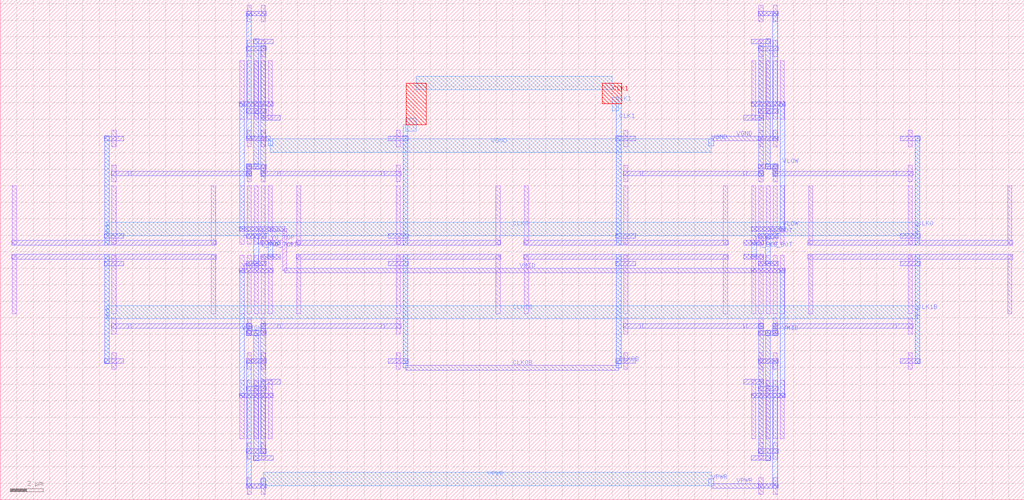
<source format=lef>
MACRO DCDC_CONV2TO1
  ORIGIN 0 0 ;
  FOREIGN DCDC_CONV2TO1 0 0 ;
  SIZE 61.92 BY 30.24 ;
  PIN CLK0
    DIRECTION INOUT ;
    USE SIGNAL ;
    PORT
      LAYER M3 ;
        RECT 6.31 15.38 6.59 22 ;
      LAYER M3 ;
        RECT 55.33 15.38 55.61 22 ;
      LAYER M3 ;
        RECT 6.31 16.195 6.59 16.565 ;
      LAYER M4 ;
        RECT 6.45 15.98 55.47 16.78 ;
      LAYER M3 ;
        RECT 55.33 16.195 55.61 16.565 ;
    END
  END CLK0
  PIN CLK0B
    DIRECTION INOUT ;
    USE SIGNAL ;
    PORT
      LAYER M3 ;
        RECT 24.37 8.24 24.65 14.86 ;
      LAYER M3 ;
        RECT 37.27 8.24 37.55 14.86 ;
      LAYER M3 ;
        RECT 24.37 7.98 24.65 8.4 ;
      LAYER M2 ;
        RECT 24.51 7.84 37.41 8.12 ;
      LAYER M3 ;
        RECT 37.27 7.98 37.55 8.4 ;
    END
  END CLK0B
  PIN CLK1
    DIRECTION INOUT ;
    USE SIGNAL ;
    PORT
      LAYER M3 ;
        RECT 24.37 15.38 24.65 22 ;
      LAYER M3 ;
        RECT 37.27 15.38 37.55 22 ;
      LAYER M3 ;
        RECT 24.37 21.84 24.65 22.68 ;
      LAYER M4 ;
        RECT 24.51 22.28 25.16 23.08 ;
      LAYER M5 ;
        RECT 24.57 22.68 25.75 25.2 ;
      LAYER M4 ;
        RECT 25.16 24.8 37 25.6 ;
      LAYER M5 ;
        RECT 36.41 23.94 37.59 25.2 ;
      LAYER M4 ;
        RECT 37 23.54 37.41 24.34 ;
      LAYER M3 ;
        RECT 37.27 21.84 37.55 23.94 ;
    END
  END CLK1
  PIN CLK1B
    DIRECTION INOUT ;
    USE SIGNAL ;
    PORT
      LAYER M3 ;
        RECT 6.31 8.24 6.59 14.86 ;
      LAYER M3 ;
        RECT 55.33 8.24 55.61 14.86 ;
      LAYER M3 ;
        RECT 6.31 11.155 6.59 11.525 ;
      LAYER M4 ;
        RECT 6.45 10.94 55.47 11.74 ;
      LAYER M3 ;
        RECT 55.33 11.155 55.61 11.525 ;
    END
  END CLK1B
  PIN VGND
    DIRECTION INOUT ;
    USE SIGNAL ;
    PORT
      LAYER M2 ;
        RECT 14.88 29.26 16.08 29.54 ;
      LAYER M2 ;
        RECT 14.88 21.7 16.08 21.98 ;
      LAYER M2 ;
        RECT 14.89 29.26 15.21 29.54 ;
      LAYER M3 ;
        RECT 14.91 21.84 15.19 29.4 ;
      LAYER M2 ;
        RECT 14.89 21.7 15.21 21.98 ;
      LAYER M2 ;
        RECT 45.84 29.26 47.04 29.54 ;
      LAYER M2 ;
        RECT 45.84 21.7 47.04 21.98 ;
      LAYER M2 ;
        RECT 46.71 29.26 47.03 29.54 ;
      LAYER M3 ;
        RECT 46.73 21.84 47.01 29.4 ;
      LAYER M2 ;
        RECT 46.71 21.7 47.03 21.98 ;
      LAYER M2 ;
        RECT 15.91 21.7 16.34 21.98 ;
      LAYER M3 ;
        RECT 16.2 21.42 16.48 21.84 ;
      LAYER M4 ;
        RECT 16.34 21.02 43 21.82 ;
      LAYER M3 ;
        RECT 42.86 21.42 43.14 21.84 ;
      LAYER M2 ;
        RECT 43 21.7 46.01 21.98 ;
    END
  END VGND
  PIN VHIGH
    DIRECTION INOUT ;
    USE SIGNAL ;
    PORT
      LAYER M2 ;
        RECT 14.45 6.16 16.51 6.44 ;
      LAYER M2 ;
        RECT 14.45 13.72 16.51 14 ;
      LAYER M2 ;
        RECT 14.46 6.16 14.78 6.44 ;
      LAYER M3 ;
        RECT 14.48 6.3 14.76 13.86 ;
      LAYER M2 ;
        RECT 14.46 13.72 14.78 14 ;
    END
  END VHIGH
  PIN VLOW
    DIRECTION INOUT ;
    USE SIGNAL ;
    PORT
      LAYER M2 ;
        RECT 45.41 23.8 47.47 24.08 ;
      LAYER M2 ;
        RECT 45.41 16.24 47.47 16.52 ;
      LAYER M2 ;
        RECT 47.14 23.8 47.46 24.08 ;
      LAYER M3 ;
        RECT 47.16 16.38 47.44 23.94 ;
      LAYER M2 ;
        RECT 47.14 16.24 47.46 16.52 ;
    END
  END VLOW
  PIN VMID
    DIRECTION INOUT ;
    USE SIGNAL ;
    PORT
      LAYER M2 ;
        RECT 14.45 23.8 16.51 24.08 ;
      LAYER M2 ;
        RECT 14.45 16.24 16.51 16.52 ;
      LAYER M2 ;
        RECT 14.46 23.8 14.78 24.08 ;
      LAYER M3 ;
        RECT 14.48 16.38 14.76 23.94 ;
      LAYER M2 ;
        RECT 14.46 16.24 14.78 16.52 ;
      LAYER M2 ;
        RECT 45.41 6.16 47.47 6.44 ;
      LAYER M2 ;
        RECT 45.41 13.72 47.47 14 ;
      LAYER M2 ;
        RECT 47.14 6.16 47.46 6.44 ;
      LAYER M3 ;
        RECT 47.16 6.3 47.44 13.86 ;
      LAYER M2 ;
        RECT 47.14 13.72 47.46 14 ;
      LAYER M2 ;
        RECT 16.34 16.24 17.2 16.52 ;
      LAYER M1 ;
        RECT 17.075 13.86 17.325 16.38 ;
      LAYER M2 ;
        RECT 17.2 13.72 45.58 14 ;
    END
  END VMID
  PIN VPWR
    DIRECTION INOUT ;
    USE SIGNAL ;
    PORT
      LAYER M2 ;
        RECT 14.88 0.7 16.08 0.98 ;
      LAYER M2 ;
        RECT 14.88 8.26 16.08 8.54 ;
      LAYER M2 ;
        RECT 14.89 0.7 15.21 0.98 ;
      LAYER M3 ;
        RECT 14.91 0.84 15.19 8.4 ;
      LAYER M2 ;
        RECT 14.89 8.26 15.21 8.54 ;
      LAYER M2 ;
        RECT 45.84 0.7 47.04 0.98 ;
      LAYER M2 ;
        RECT 45.84 8.26 47.04 8.54 ;
      LAYER M2 ;
        RECT 46.71 0.7 47.03 0.98 ;
      LAYER M3 ;
        RECT 46.73 0.84 47.01 8.4 ;
      LAYER M2 ;
        RECT 46.71 8.26 47.03 8.54 ;
      LAYER M2 ;
        RECT 15.75 0.7 16.07 0.98 ;
      LAYER M3 ;
        RECT 15.77 0.84 16.05 1.26 ;
      LAYER M4 ;
        RECT 15.91 0.86 43 1.66 ;
      LAYER M3 ;
        RECT 42.86 0.84 43.14 1.26 ;
      LAYER M2 ;
        RECT 43 0.7 46.01 0.98 ;
    END
  END VPWR
  PIN Y0_BOT
    DIRECTION INOUT ;
    USE SIGNAL ;
    PORT
      LAYER M2 ;
        RECT 44.98 14.56 46.18 14.84 ;
      LAYER M2 ;
        RECT 44.98 15.4 46.18 15.68 ;
      LAYER M2 ;
        RECT 45.42 14.56 45.74 14.84 ;
      LAYER M3 ;
        RECT 45.44 14.7 45.72 15.54 ;
      LAYER M2 ;
        RECT 45.42 15.4 45.74 15.68 ;
    END
  END Y0_BOT
  PIN Y0_TOP
    DIRECTION INOUT ;
    USE SIGNAL ;
    PORT
      LAYER M2 ;
        RECT 15.74 14.56 16.94 14.84 ;
      LAYER M2 ;
        RECT 15.74 15.4 16.94 15.68 ;
      LAYER M2 ;
        RECT 16.18 14.56 16.5 14.84 ;
      LAYER M3 ;
        RECT 16.2 14.7 16.48 15.54 ;
      LAYER M2 ;
        RECT 16.18 15.4 16.5 15.68 ;
    END
  END Y0_TOP
  PIN Y1_BOT
    DIRECTION INOUT ;
    USE SIGNAL ;
    PORT
      LAYER M2 ;
        RECT 45.84 14.14 47.04 14.42 ;
      LAYER M2 ;
        RECT 45.84 15.82 47.04 16.1 ;
      LAYER M2 ;
        RECT 46.28 14.14 46.6 14.42 ;
      LAYER M3 ;
        RECT 46.3 14.28 46.58 15.96 ;
      LAYER M2 ;
        RECT 46.28 15.82 46.6 16.1 ;
    END
  END Y1_BOT
  PIN Y1_TOP
    DIRECTION INOUT ;
    USE SIGNAL ;
    PORT
      LAYER M2 ;
        RECT 14.88 14.14 16.08 14.42 ;
      LAYER M2 ;
        RECT 14.88 15.82 16.08 16.1 ;
      LAYER M2 ;
        RECT 15.32 14.14 15.64 14.42 ;
      LAYER M3 ;
        RECT 15.34 14.28 15.62 15.96 ;
      LAYER M2 ;
        RECT 15.32 15.82 15.64 16.1 ;
    END
  END Y1_TOP
  OBS
  LAYER M3 ;
        RECT 15.77 2.78 16.05 7.3 ;
  LAYER M2 ;
        RECT 15.74 10.36 16.94 10.64 ;
  LAYER M2 ;
        RECT 23.05 10.36 24.25 10.64 ;
  LAYER M3 ;
        RECT 15.77 7.14 16.05 10.5 ;
  LAYER M2 ;
        RECT 15.75 10.36 16.07 10.64 ;
  LAYER M2 ;
        RECT 16.77 10.36 23.22 10.64 ;
  LAYER M2 ;
        RECT 15.75 10.36 16.07 10.64 ;
  LAYER M3 ;
        RECT 15.77 10.34 16.05 10.66 ;
  LAYER M2 ;
        RECT 15.75 10.36 16.07 10.64 ;
  LAYER M3 ;
        RECT 15.77 10.34 16.05 10.66 ;
  LAYER M2 ;
        RECT 15.75 10.36 16.07 10.64 ;
  LAYER M3 ;
        RECT 15.77 10.34 16.05 10.66 ;
  LAYER M2 ;
        RECT 15.75 10.36 16.07 10.64 ;
  LAYER M3 ;
        RECT 15.77 10.34 16.05 10.66 ;
  LAYER M3 ;
        RECT 15.34 2.36 15.62 6.88 ;
  LAYER M2 ;
        RECT 14.88 9.94 16.08 10.22 ;
  LAYER M2 ;
        RECT 6.71 10.36 7.91 10.64 ;
  LAYER M3 ;
        RECT 15.34 6.72 15.62 10.08 ;
  LAYER M2 ;
        RECT 15.32 9.94 15.64 10.22 ;
  LAYER M2 ;
        RECT 14.89 9.94 15.21 10.22 ;
  LAYER M3 ;
        RECT 14.91 10.08 15.19 10.5 ;
  LAYER M2 ;
        RECT 7.74 10.36 15.05 10.64 ;
  LAYER M2 ;
        RECT 15.32 9.94 15.64 10.22 ;
  LAYER M3 ;
        RECT 15.34 9.92 15.62 10.24 ;
  LAYER M2 ;
        RECT 15.32 9.94 15.64 10.22 ;
  LAYER M3 ;
        RECT 15.34 9.92 15.62 10.24 ;
  LAYER M2 ;
        RECT 14.89 9.94 15.21 10.22 ;
  LAYER M3 ;
        RECT 14.91 9.92 15.19 10.24 ;
  LAYER M2 ;
        RECT 14.89 10.36 15.21 10.64 ;
  LAYER M3 ;
        RECT 14.91 10.34 15.19 10.66 ;
  LAYER M2 ;
        RECT 15.32 9.94 15.64 10.22 ;
  LAYER M3 ;
        RECT 15.34 9.92 15.62 10.24 ;
  LAYER M2 ;
        RECT 14.89 9.94 15.21 10.22 ;
  LAYER M3 ;
        RECT 14.91 9.92 15.19 10.24 ;
  LAYER M2 ;
        RECT 14.89 10.36 15.21 10.64 ;
  LAYER M3 ;
        RECT 14.91 10.34 15.19 10.66 ;
  LAYER M2 ;
        RECT 15.32 9.94 15.64 10.22 ;
  LAYER M3 ;
        RECT 15.34 9.92 15.62 10.24 ;
  LAYER M1 ;
        RECT 15.785 3.695 16.035 7.225 ;
  LAYER M1 ;
        RECT 15.785 2.435 16.035 3.445 ;
  LAYER M1 ;
        RECT 15.785 0.335 16.035 1.345 ;
  LAYER M1 ;
        RECT 16.215 3.695 16.465 7.225 ;
  LAYER M1 ;
        RECT 15.355 3.695 15.605 7.225 ;
  LAYER M1 ;
        RECT 14.925 3.695 15.175 7.225 ;
  LAYER M1 ;
        RECT 14.925 2.435 15.175 3.445 ;
  LAYER M1 ;
        RECT 14.925 0.335 15.175 1.345 ;
  LAYER M1 ;
        RECT 14.495 3.695 14.745 7.225 ;
  LAYER M2 ;
        RECT 14.88 2.8 16.08 3.08 ;
  LAYER M2 ;
        RECT 15.74 7 16.94 7.28 ;
  LAYER M2 ;
        RECT 15.31 2.38 16.51 2.66 ;
  LAYER M2 ;
        RECT 14.88 6.58 16.08 6.86 ;
  LAYER M2 ;
        RECT 14.88 0.7 16.08 0.98 ;
  LAYER M3 ;
        RECT 15.77 2.78 16.05 7.3 ;
  LAYER M3 ;
        RECT 15.34 2.36 15.62 6.88 ;
  LAYER M2 ;
        RECT 14.45 6.16 16.51 6.44 ;
  LAYER M1 ;
        RECT 15.785 11.255 16.035 14.785 ;
  LAYER M1 ;
        RECT 15.785 9.995 16.035 11.005 ;
  LAYER M1 ;
        RECT 15.785 7.895 16.035 8.905 ;
  LAYER M1 ;
        RECT 16.215 11.255 16.465 14.785 ;
  LAYER M1 ;
        RECT 15.355 11.255 15.605 14.785 ;
  LAYER M1 ;
        RECT 14.925 11.255 15.175 14.785 ;
  LAYER M1 ;
        RECT 14.925 9.995 15.175 11.005 ;
  LAYER M1 ;
        RECT 14.925 7.895 15.175 8.905 ;
  LAYER M1 ;
        RECT 14.495 11.255 14.745 14.785 ;
  LAYER M2 ;
        RECT 14.88 8.26 16.08 8.54 ;
  LAYER M2 ;
        RECT 15.74 14.56 16.94 14.84 ;
  LAYER M2 ;
        RECT 14.88 14.14 16.08 14.42 ;
  LAYER M2 ;
        RECT 15.74 10.36 16.94 10.64 ;
  LAYER M2 ;
        RECT 14.88 9.94 16.08 10.22 ;
  LAYER M2 ;
        RECT 14.45 13.72 16.51 14 ;
  LAYER M1 ;
        RECT 23.955 11.255 24.205 14.785 ;
  LAYER M1 ;
        RECT 23.955 9.995 24.205 11.005 ;
  LAYER M1 ;
        RECT 23.955 7.895 24.205 8.905 ;
  LAYER M1 ;
        RECT 17.935 11.255 18.185 14.785 ;
  LAYER M1 ;
        RECT 29.975 11.255 30.225 14.785 ;
  LAYER M2 ;
        RECT 17.89 14.56 30.27 14.84 ;
  LAYER M2 ;
        RECT 23.48 8.26 24.68 8.54 ;
  LAYER M2 ;
        RECT 23.48 14.14 24.68 14.42 ;
  LAYER M2 ;
        RECT 23.05 10.36 24.25 10.64 ;
  LAYER M3 ;
        RECT 24.37 8.24 24.65 14.86 ;
  LAYER M1 ;
        RECT 6.755 11.255 7.005 14.785 ;
  LAYER M1 ;
        RECT 6.755 9.995 7.005 11.005 ;
  LAYER M1 ;
        RECT 6.755 7.895 7.005 8.905 ;
  LAYER M1 ;
        RECT 12.775 11.255 13.025 14.785 ;
  LAYER M1 ;
        RECT 0.735 11.255 0.985 14.785 ;
  LAYER M2 ;
        RECT 0.69 14.56 13.07 14.84 ;
  LAYER M2 ;
        RECT 6.28 8.26 7.48 8.54 ;
  LAYER M2 ;
        RECT 6.28 14.14 7.48 14.42 ;
  LAYER M2 ;
        RECT 6.71 10.36 7.91 10.64 ;
  LAYER M3 ;
        RECT 6.31 8.24 6.59 14.86 ;
  LAYER M3 ;
        RECT 15.77 22.94 16.05 27.46 ;
  LAYER M2 ;
        RECT 15.74 19.6 16.94 19.88 ;
  LAYER M2 ;
        RECT 23.05 19.6 24.25 19.88 ;
  LAYER M3 ;
        RECT 15.77 19.74 16.05 23.1 ;
  LAYER M2 ;
        RECT 15.75 19.6 16.07 19.88 ;
  LAYER M2 ;
        RECT 16.77 19.6 23.22 19.88 ;
  LAYER M2 ;
        RECT 15.75 19.6 16.07 19.88 ;
  LAYER M3 ;
        RECT 15.77 19.58 16.05 19.9 ;
  LAYER M2 ;
        RECT 15.75 19.6 16.07 19.88 ;
  LAYER M3 ;
        RECT 15.77 19.58 16.05 19.9 ;
  LAYER M2 ;
        RECT 15.75 19.6 16.07 19.88 ;
  LAYER M3 ;
        RECT 15.77 19.58 16.05 19.9 ;
  LAYER M2 ;
        RECT 15.75 19.6 16.07 19.88 ;
  LAYER M3 ;
        RECT 15.77 19.58 16.05 19.9 ;
  LAYER M3 ;
        RECT 15.34 23.36 15.62 27.88 ;
  LAYER M2 ;
        RECT 14.88 20.02 16.08 20.3 ;
  LAYER M2 ;
        RECT 6.71 19.6 7.91 19.88 ;
  LAYER M3 ;
        RECT 15.34 20.16 15.62 23.52 ;
  LAYER M2 ;
        RECT 15.32 20.02 15.64 20.3 ;
  LAYER M2 ;
        RECT 14.89 20.02 15.21 20.3 ;
  LAYER M3 ;
        RECT 14.91 19.74 15.19 20.16 ;
  LAYER M2 ;
        RECT 7.74 19.6 15.05 19.88 ;
  LAYER M2 ;
        RECT 15.32 20.02 15.64 20.3 ;
  LAYER M3 ;
        RECT 15.34 20 15.62 20.32 ;
  LAYER M2 ;
        RECT 15.32 20.02 15.64 20.3 ;
  LAYER M3 ;
        RECT 15.34 20 15.62 20.32 ;
  LAYER M2 ;
        RECT 14.89 20.02 15.21 20.3 ;
  LAYER M3 ;
        RECT 14.91 20 15.19 20.32 ;
  LAYER M2 ;
        RECT 14.89 19.6 15.21 19.88 ;
  LAYER M3 ;
        RECT 14.91 19.58 15.19 19.9 ;
  LAYER M2 ;
        RECT 15.32 20.02 15.64 20.3 ;
  LAYER M3 ;
        RECT 15.34 20 15.62 20.32 ;
  LAYER M2 ;
        RECT 14.89 20.02 15.21 20.3 ;
  LAYER M3 ;
        RECT 14.91 20 15.19 20.32 ;
  LAYER M2 ;
        RECT 14.89 19.6 15.21 19.88 ;
  LAYER M3 ;
        RECT 14.91 19.58 15.19 19.9 ;
  LAYER M2 ;
        RECT 15.32 20.02 15.64 20.3 ;
  LAYER M3 ;
        RECT 15.34 20 15.62 20.32 ;
  LAYER M1 ;
        RECT 15.785 23.015 16.035 26.545 ;
  LAYER M1 ;
        RECT 15.785 26.795 16.035 27.805 ;
  LAYER M1 ;
        RECT 15.785 28.895 16.035 29.905 ;
  LAYER M1 ;
        RECT 16.215 23.015 16.465 26.545 ;
  LAYER M1 ;
        RECT 15.355 23.015 15.605 26.545 ;
  LAYER M1 ;
        RECT 14.925 23.015 15.175 26.545 ;
  LAYER M1 ;
        RECT 14.925 26.795 15.175 27.805 ;
  LAYER M1 ;
        RECT 14.925 28.895 15.175 29.905 ;
  LAYER M1 ;
        RECT 14.495 23.015 14.745 26.545 ;
  LAYER M2 ;
        RECT 14.88 27.16 16.08 27.44 ;
  LAYER M2 ;
        RECT 15.74 22.96 16.94 23.24 ;
  LAYER M2 ;
        RECT 15.31 27.58 16.51 27.86 ;
  LAYER M2 ;
        RECT 14.88 23.38 16.08 23.66 ;
  LAYER M2 ;
        RECT 14.88 29.26 16.08 29.54 ;
  LAYER M3 ;
        RECT 15.77 22.94 16.05 27.46 ;
  LAYER M3 ;
        RECT 15.34 23.36 15.62 27.88 ;
  LAYER M2 ;
        RECT 14.45 23.8 16.51 24.08 ;
  LAYER M1 ;
        RECT 15.785 15.455 16.035 18.985 ;
  LAYER M1 ;
        RECT 15.785 19.235 16.035 20.245 ;
  LAYER M1 ;
        RECT 15.785 21.335 16.035 22.345 ;
  LAYER M1 ;
        RECT 16.215 15.455 16.465 18.985 ;
  LAYER M1 ;
        RECT 15.355 15.455 15.605 18.985 ;
  LAYER M1 ;
        RECT 14.925 15.455 15.175 18.985 ;
  LAYER M1 ;
        RECT 14.925 19.235 15.175 20.245 ;
  LAYER M1 ;
        RECT 14.925 21.335 15.175 22.345 ;
  LAYER M1 ;
        RECT 14.495 15.455 14.745 18.985 ;
  LAYER M2 ;
        RECT 14.88 21.7 16.08 21.98 ;
  LAYER M2 ;
        RECT 15.74 15.4 16.94 15.68 ;
  LAYER M2 ;
        RECT 14.88 15.82 16.08 16.1 ;
  LAYER M2 ;
        RECT 15.74 19.6 16.94 19.88 ;
  LAYER M2 ;
        RECT 14.88 20.02 16.08 20.3 ;
  LAYER M2 ;
        RECT 14.45 16.24 16.51 16.52 ;
  LAYER M1 ;
        RECT 23.955 15.455 24.205 18.985 ;
  LAYER M1 ;
        RECT 23.955 19.235 24.205 20.245 ;
  LAYER M1 ;
        RECT 23.955 21.335 24.205 22.345 ;
  LAYER M1 ;
        RECT 17.935 15.455 18.185 18.985 ;
  LAYER M1 ;
        RECT 29.975 15.455 30.225 18.985 ;
  LAYER M2 ;
        RECT 17.89 15.4 30.27 15.68 ;
  LAYER M2 ;
        RECT 23.48 21.7 24.68 21.98 ;
  LAYER M2 ;
        RECT 23.48 15.82 24.68 16.1 ;
  LAYER M2 ;
        RECT 23.05 19.6 24.25 19.88 ;
  LAYER M3 ;
        RECT 24.37 15.38 24.65 22 ;
  LAYER M1 ;
        RECT 6.755 15.455 7.005 18.985 ;
  LAYER M1 ;
        RECT 6.755 19.235 7.005 20.245 ;
  LAYER M1 ;
        RECT 6.755 21.335 7.005 22.345 ;
  LAYER M1 ;
        RECT 12.775 15.455 13.025 18.985 ;
  LAYER M1 ;
        RECT 0.735 15.455 0.985 18.985 ;
  LAYER M2 ;
        RECT 0.69 15.4 13.07 15.68 ;
  LAYER M2 ;
        RECT 6.28 21.7 7.48 21.98 ;
  LAYER M2 ;
        RECT 6.28 15.82 7.48 16.1 ;
  LAYER M2 ;
        RECT 6.71 19.6 7.91 19.88 ;
  LAYER M3 ;
        RECT 6.31 15.38 6.59 22 ;
  LAYER M3 ;
        RECT 45.87 2.78 46.15 7.3 ;
  LAYER M2 ;
        RECT 44.98 10.36 46.18 10.64 ;
  LAYER M2 ;
        RECT 37.67 10.36 38.87 10.64 ;
  LAYER M3 ;
        RECT 45.87 7.14 46.15 10.5 ;
  LAYER M2 ;
        RECT 45.85 10.36 46.17 10.64 ;
  LAYER M2 ;
        RECT 38.7 10.36 45.15 10.64 ;
  LAYER M2 ;
        RECT 45.85 10.36 46.17 10.64 ;
  LAYER M3 ;
        RECT 45.87 10.34 46.15 10.66 ;
  LAYER M2 ;
        RECT 45.85 10.36 46.17 10.64 ;
  LAYER M3 ;
        RECT 45.87 10.34 46.15 10.66 ;
  LAYER M2 ;
        RECT 45.85 10.36 46.17 10.64 ;
  LAYER M3 ;
        RECT 45.87 10.34 46.15 10.66 ;
  LAYER M2 ;
        RECT 45.85 10.36 46.17 10.64 ;
  LAYER M3 ;
        RECT 45.87 10.34 46.15 10.66 ;
  LAYER M3 ;
        RECT 46.3 2.36 46.58 6.88 ;
  LAYER M2 ;
        RECT 45.84 9.94 47.04 10.22 ;
  LAYER M2 ;
        RECT 54.01 10.36 55.21 10.64 ;
  LAYER M3 ;
        RECT 46.3 6.72 46.58 10.08 ;
  LAYER M2 ;
        RECT 46.28 9.94 46.6 10.22 ;
  LAYER M2 ;
        RECT 46.71 9.94 47.03 10.22 ;
  LAYER M3 ;
        RECT 46.73 10.08 47.01 10.5 ;
  LAYER M2 ;
        RECT 46.87 10.36 54.18 10.64 ;
  LAYER M2 ;
        RECT 46.28 9.94 46.6 10.22 ;
  LAYER M3 ;
        RECT 46.3 9.92 46.58 10.24 ;
  LAYER M2 ;
        RECT 46.28 9.94 46.6 10.22 ;
  LAYER M3 ;
        RECT 46.3 9.92 46.58 10.24 ;
  LAYER M2 ;
        RECT 46.71 9.94 47.03 10.22 ;
  LAYER M3 ;
        RECT 46.73 9.92 47.01 10.24 ;
  LAYER M2 ;
        RECT 46.71 10.36 47.03 10.64 ;
  LAYER M3 ;
        RECT 46.73 10.34 47.01 10.66 ;
  LAYER M2 ;
        RECT 46.28 9.94 46.6 10.22 ;
  LAYER M3 ;
        RECT 46.3 9.92 46.58 10.24 ;
  LAYER M2 ;
        RECT 46.71 9.94 47.03 10.22 ;
  LAYER M3 ;
        RECT 46.73 9.92 47.01 10.24 ;
  LAYER M2 ;
        RECT 46.71 10.36 47.03 10.64 ;
  LAYER M3 ;
        RECT 46.73 10.34 47.01 10.66 ;
  LAYER M2 ;
        RECT 46.28 9.94 46.6 10.22 ;
  LAYER M3 ;
        RECT 46.3 9.92 46.58 10.24 ;
  LAYER M1 ;
        RECT 45.885 3.695 46.135 7.225 ;
  LAYER M1 ;
        RECT 45.885 2.435 46.135 3.445 ;
  LAYER M1 ;
        RECT 45.885 0.335 46.135 1.345 ;
  LAYER M1 ;
        RECT 45.455 3.695 45.705 7.225 ;
  LAYER M1 ;
        RECT 46.315 3.695 46.565 7.225 ;
  LAYER M1 ;
        RECT 46.745 3.695 46.995 7.225 ;
  LAYER M1 ;
        RECT 46.745 2.435 46.995 3.445 ;
  LAYER M1 ;
        RECT 46.745 0.335 46.995 1.345 ;
  LAYER M1 ;
        RECT 47.175 3.695 47.425 7.225 ;
  LAYER M2 ;
        RECT 45.84 2.8 47.04 3.08 ;
  LAYER M2 ;
        RECT 44.98 7 46.18 7.28 ;
  LAYER M2 ;
        RECT 45.41 2.38 46.61 2.66 ;
  LAYER M2 ;
        RECT 45.84 6.58 47.04 6.86 ;
  LAYER M2 ;
        RECT 45.84 0.7 47.04 0.98 ;
  LAYER M3 ;
        RECT 45.87 2.78 46.15 7.3 ;
  LAYER M3 ;
        RECT 46.3 2.36 46.58 6.88 ;
  LAYER M2 ;
        RECT 45.41 6.16 47.47 6.44 ;
  LAYER M1 ;
        RECT 45.885 11.255 46.135 14.785 ;
  LAYER M1 ;
        RECT 45.885 9.995 46.135 11.005 ;
  LAYER M1 ;
        RECT 45.885 7.895 46.135 8.905 ;
  LAYER M1 ;
        RECT 45.455 11.255 45.705 14.785 ;
  LAYER M1 ;
        RECT 46.315 11.255 46.565 14.785 ;
  LAYER M1 ;
        RECT 46.745 11.255 46.995 14.785 ;
  LAYER M1 ;
        RECT 46.745 9.995 46.995 11.005 ;
  LAYER M1 ;
        RECT 46.745 7.895 46.995 8.905 ;
  LAYER M1 ;
        RECT 47.175 11.255 47.425 14.785 ;
  LAYER M2 ;
        RECT 45.84 8.26 47.04 8.54 ;
  LAYER M2 ;
        RECT 44.98 14.56 46.18 14.84 ;
  LAYER M2 ;
        RECT 45.84 14.14 47.04 14.42 ;
  LAYER M2 ;
        RECT 44.98 10.36 46.18 10.64 ;
  LAYER M2 ;
        RECT 45.84 9.94 47.04 10.22 ;
  LAYER M2 ;
        RECT 45.41 13.72 47.47 14 ;
  LAYER M1 ;
        RECT 37.715 11.255 37.965 14.785 ;
  LAYER M1 ;
        RECT 37.715 9.995 37.965 11.005 ;
  LAYER M1 ;
        RECT 37.715 7.895 37.965 8.905 ;
  LAYER M1 ;
        RECT 43.735 11.255 43.985 14.785 ;
  LAYER M1 ;
        RECT 31.695 11.255 31.945 14.785 ;
  LAYER M2 ;
        RECT 31.65 14.56 44.03 14.84 ;
  LAYER M2 ;
        RECT 37.24 8.26 38.44 8.54 ;
  LAYER M2 ;
        RECT 37.24 14.14 38.44 14.42 ;
  LAYER M2 ;
        RECT 37.67 10.36 38.87 10.64 ;
  LAYER M3 ;
        RECT 37.27 8.24 37.55 14.86 ;
  LAYER M1 ;
        RECT 54.915 11.255 55.165 14.785 ;
  LAYER M1 ;
        RECT 54.915 9.995 55.165 11.005 ;
  LAYER M1 ;
        RECT 54.915 7.895 55.165 8.905 ;
  LAYER M1 ;
        RECT 48.895 11.255 49.145 14.785 ;
  LAYER M1 ;
        RECT 60.935 11.255 61.185 14.785 ;
  LAYER M2 ;
        RECT 48.85 14.56 61.23 14.84 ;
  LAYER M2 ;
        RECT 54.44 8.26 55.64 8.54 ;
  LAYER M2 ;
        RECT 54.44 14.14 55.64 14.42 ;
  LAYER M2 ;
        RECT 54.01 10.36 55.21 10.64 ;
  LAYER M3 ;
        RECT 55.33 8.24 55.61 14.86 ;
  LAYER M3 ;
        RECT 45.87 22.94 46.15 27.46 ;
  LAYER M2 ;
        RECT 44.98 19.6 46.18 19.88 ;
  LAYER M2 ;
        RECT 37.67 19.6 38.87 19.88 ;
  LAYER M3 ;
        RECT 45.87 19.74 46.15 23.1 ;
  LAYER M2 ;
        RECT 45.85 19.6 46.17 19.88 ;
  LAYER M2 ;
        RECT 38.7 19.6 45.15 19.88 ;
  LAYER M2 ;
        RECT 45.85 19.6 46.17 19.88 ;
  LAYER M3 ;
        RECT 45.87 19.58 46.15 19.9 ;
  LAYER M2 ;
        RECT 45.85 19.6 46.17 19.88 ;
  LAYER M3 ;
        RECT 45.87 19.58 46.15 19.9 ;
  LAYER M2 ;
        RECT 45.85 19.6 46.17 19.88 ;
  LAYER M3 ;
        RECT 45.87 19.58 46.15 19.9 ;
  LAYER M2 ;
        RECT 45.85 19.6 46.17 19.88 ;
  LAYER M3 ;
        RECT 45.87 19.58 46.15 19.9 ;
  LAYER M3 ;
        RECT 46.3 23.36 46.58 27.88 ;
  LAYER M2 ;
        RECT 45.84 20.02 47.04 20.3 ;
  LAYER M2 ;
        RECT 54.01 19.6 55.21 19.88 ;
  LAYER M3 ;
        RECT 46.3 20.16 46.58 23.52 ;
  LAYER M2 ;
        RECT 46.28 20.02 46.6 20.3 ;
  LAYER M2 ;
        RECT 46.71 20.02 47.03 20.3 ;
  LAYER M3 ;
        RECT 46.73 19.74 47.01 20.16 ;
  LAYER M2 ;
        RECT 46.87 19.6 54.18 19.88 ;
  LAYER M2 ;
        RECT 46.28 20.02 46.6 20.3 ;
  LAYER M3 ;
        RECT 46.3 20 46.58 20.32 ;
  LAYER M2 ;
        RECT 46.28 20.02 46.6 20.3 ;
  LAYER M3 ;
        RECT 46.3 20 46.58 20.32 ;
  LAYER M2 ;
        RECT 46.71 20.02 47.03 20.3 ;
  LAYER M3 ;
        RECT 46.73 20 47.01 20.32 ;
  LAYER M2 ;
        RECT 46.71 19.6 47.03 19.88 ;
  LAYER M3 ;
        RECT 46.73 19.58 47.01 19.9 ;
  LAYER M2 ;
        RECT 46.28 20.02 46.6 20.3 ;
  LAYER M3 ;
        RECT 46.3 20 46.58 20.32 ;
  LAYER M2 ;
        RECT 46.71 20.02 47.03 20.3 ;
  LAYER M3 ;
        RECT 46.73 20 47.01 20.32 ;
  LAYER M2 ;
        RECT 46.71 19.6 47.03 19.88 ;
  LAYER M3 ;
        RECT 46.73 19.58 47.01 19.9 ;
  LAYER M2 ;
        RECT 46.28 20.02 46.6 20.3 ;
  LAYER M3 ;
        RECT 46.3 20 46.58 20.32 ;
  LAYER M1 ;
        RECT 45.885 23.015 46.135 26.545 ;
  LAYER M1 ;
        RECT 45.885 26.795 46.135 27.805 ;
  LAYER M1 ;
        RECT 45.885 28.895 46.135 29.905 ;
  LAYER M1 ;
        RECT 45.455 23.015 45.705 26.545 ;
  LAYER M1 ;
        RECT 46.315 23.015 46.565 26.545 ;
  LAYER M1 ;
        RECT 46.745 23.015 46.995 26.545 ;
  LAYER M1 ;
        RECT 46.745 26.795 46.995 27.805 ;
  LAYER M1 ;
        RECT 46.745 28.895 46.995 29.905 ;
  LAYER M1 ;
        RECT 47.175 23.015 47.425 26.545 ;
  LAYER M2 ;
        RECT 45.84 27.16 47.04 27.44 ;
  LAYER M2 ;
        RECT 44.98 22.96 46.18 23.24 ;
  LAYER M2 ;
        RECT 45.41 27.58 46.61 27.86 ;
  LAYER M2 ;
        RECT 45.84 23.38 47.04 23.66 ;
  LAYER M2 ;
        RECT 45.84 29.26 47.04 29.54 ;
  LAYER M3 ;
        RECT 45.87 22.94 46.15 27.46 ;
  LAYER M3 ;
        RECT 46.3 23.36 46.58 27.88 ;
  LAYER M2 ;
        RECT 45.41 23.8 47.47 24.08 ;
  LAYER M1 ;
        RECT 45.885 15.455 46.135 18.985 ;
  LAYER M1 ;
        RECT 45.885 19.235 46.135 20.245 ;
  LAYER M1 ;
        RECT 45.885 21.335 46.135 22.345 ;
  LAYER M1 ;
        RECT 45.455 15.455 45.705 18.985 ;
  LAYER M1 ;
        RECT 46.315 15.455 46.565 18.985 ;
  LAYER M1 ;
        RECT 46.745 15.455 46.995 18.985 ;
  LAYER M1 ;
        RECT 46.745 19.235 46.995 20.245 ;
  LAYER M1 ;
        RECT 46.745 21.335 46.995 22.345 ;
  LAYER M1 ;
        RECT 47.175 15.455 47.425 18.985 ;
  LAYER M2 ;
        RECT 45.84 21.7 47.04 21.98 ;
  LAYER M2 ;
        RECT 44.98 15.4 46.18 15.68 ;
  LAYER M2 ;
        RECT 45.84 15.82 47.04 16.1 ;
  LAYER M2 ;
        RECT 44.98 19.6 46.18 19.88 ;
  LAYER M2 ;
        RECT 45.84 20.02 47.04 20.3 ;
  LAYER M2 ;
        RECT 45.41 16.24 47.47 16.52 ;
  LAYER M1 ;
        RECT 37.715 15.455 37.965 18.985 ;
  LAYER M1 ;
        RECT 37.715 19.235 37.965 20.245 ;
  LAYER M1 ;
        RECT 37.715 21.335 37.965 22.345 ;
  LAYER M1 ;
        RECT 43.735 15.455 43.985 18.985 ;
  LAYER M1 ;
        RECT 31.695 15.455 31.945 18.985 ;
  LAYER M2 ;
        RECT 31.65 15.4 44.03 15.68 ;
  LAYER M2 ;
        RECT 37.24 21.7 38.44 21.98 ;
  LAYER M2 ;
        RECT 37.24 15.82 38.44 16.1 ;
  LAYER M2 ;
        RECT 37.67 19.6 38.87 19.88 ;
  LAYER M3 ;
        RECT 37.27 15.38 37.55 22 ;
  LAYER M1 ;
        RECT 54.915 15.455 55.165 18.985 ;
  LAYER M1 ;
        RECT 54.915 19.235 55.165 20.245 ;
  LAYER M1 ;
        RECT 54.915 21.335 55.165 22.345 ;
  LAYER M1 ;
        RECT 48.895 15.455 49.145 18.985 ;
  LAYER M1 ;
        RECT 60.935 15.455 61.185 18.985 ;
  LAYER M2 ;
        RECT 48.85 15.4 61.23 15.68 ;
  LAYER M2 ;
        RECT 54.44 21.7 55.64 21.98 ;
  LAYER M2 ;
        RECT 54.44 15.82 55.64 16.1 ;
  LAYER M2 ;
        RECT 54.01 19.6 55.21 19.88 ;
  LAYER M3 ;
        RECT 55.33 15.38 55.61 22 ;
  END
END DCDC_CONV2TO1

</source>
